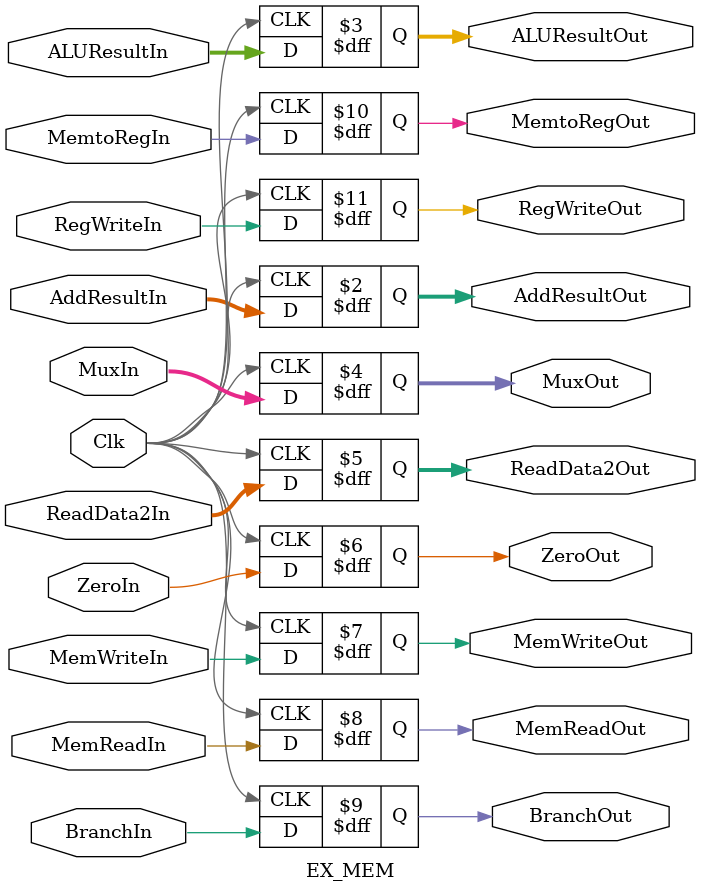
<source format=v>
`timescale 1ns / 1ps

module EX_MEM(AddResultIn, AddResultOut, ALUResultIn, ALUResultOut, MuxIn, MuxOut, ReadData2In, ReadData2Out, ZeroIn, ZeroOut,
              MemWriteIn, MemWriteOut, MemReadIn, MemReadOut, BranchIn, BranchOut, MemtoRegIn, MemtoRegOut, RegWriteIn, RegWriteOut, Clk);

  input Clk;
  input [31:0] AddResultIn;
  input [31:0] ALUResultIn;
  input [4:0] MuxIn;
  input [31:0] ReadData2In;

  //Controller Signals Inputs
  input ZeroIn;
  input MemWriteIn;
  input MemReadIn;
  input BranchIn;
  input MemtoRegIn;
  input RegWriteIn;

  output reg [31:0] AddResultOut;
  output reg [31:0] ALUResultOut;
  output reg [4:0] MuxOut;
  output reg [31:0] ReadData2Out;

  //Controller Signals Outputs
  output reg ZeroOut;
  output reg MemWriteOut;
  output reg MemReadOut;
  output reg BranchOut;
  output reg MemtoRegOut;
  output reg RegWriteOut;

  always @(posedge Clk) begin
    AddResultOut <= AddResultIn;
    ALUResultOut <= ALUResultIn;
    MuxOut <= MuxIn;
    ReadData2Out <= ReadData2In;
    ZeroOut <= ZeroIn;
    MemWriteOut <= MemWriteIn;
    MemReadOut <= MemReadIn;
    BranchOut <= BranchIn;
    MemtoRegOut <= MemtoRegIn;
    RegWriteOut <= RegWriteIn;
  end
endmodule
  

</source>
